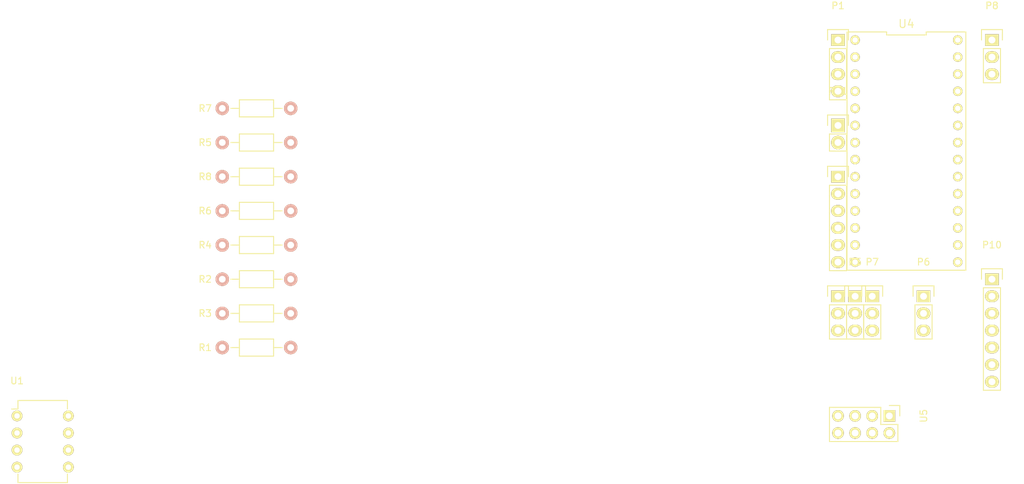
<source format=kicad_pcb>
(kicad_pcb (version 4) (host pcbnew 4.0.1-stable)

  (general
    (links 56)
    (no_connects 56)
    (area 0 0 0 0)
    (thickness 1.6)
    (drawings 0)
    (tracks 0)
    (zones 0)
    (modules 20)
    (nets 31)
  )

  (page A4)
  (layers
    (0 F.Cu signal)
    (31 B.Cu signal)
    (32 B.Adhes user)
    (33 F.Adhes user)
    (34 B.Paste user)
    (35 F.Paste user)
    (36 B.SilkS user)
    (37 F.SilkS user)
    (38 B.Mask user)
    (39 F.Mask user)
    (40 Dwgs.User user)
    (41 Cmts.User user)
    (42 Eco1.User user)
    (43 Eco2.User user)
    (44 Edge.Cuts user)
    (45 Margin user)
    (46 B.CrtYd user)
    (47 F.CrtYd user)
    (48 B.Fab user)
    (49 F.Fab user)
  )

  (setup
    (last_trace_width 0.25)
    (trace_clearance 0.2)
    (zone_clearance 0.508)
    (zone_45_only no)
    (trace_min 0.2)
    (segment_width 0.2)
    (edge_width 0.15)
    (via_size 0.6)
    (via_drill 0.4)
    (via_min_size 0.4)
    (via_min_drill 0.3)
    (uvia_size 0.3)
    (uvia_drill 0.1)
    (uvias_allowed no)
    (uvia_min_size 0.2)
    (uvia_min_drill 0.1)
    (pcb_text_width 0.3)
    (pcb_text_size 1.5 1.5)
    (mod_edge_width 0.15)
    (mod_text_size 1 1)
    (mod_text_width 0.15)
    (pad_size 1.524 1.524)
    (pad_drill 0.762)
    (pad_to_mask_clearance 0.2)
    (aux_axis_origin 0 0)
    (visible_elements 7FFFFFFF)
    (pcbplotparams
      (layerselection 0x00030_80000001)
      (usegerberextensions false)
      (excludeedgelayer true)
      (linewidth 0.100000)
      (plotframeref false)
      (viasonmask false)
      (mode 1)
      (useauxorigin false)
      (hpglpennumber 1)
      (hpglpenspeed 20)
      (hpglpendiameter 15)
      (hpglpenoverlay 2)
      (psnegative false)
      (psa4output false)
      (plotreference true)
      (plotvalue true)
      (plotinvisibletext false)
      (padsonsilk false)
      (subtractmaskfromsilk false)
      (outputformat 1)
      (mirror false)
      (drillshape 1)
      (scaleselection 1)
      (outputdirectory ""))
  )

  (net 0 "")
  (net 1 GND)
  (net 2 +5V)
  (net 3 +3V3)
  (net 4 "Net-(R1-Pad1)")
  (net 5 "Net-(R2-Pad1)")
  (net 6 "Net-(R3-Pad1)")
  (net 7 "Net-(R5-Pad1)")
  (net 8 "Net-(R6-Pad1)")
  (net 9 +BATT)
  (net 10 /Control_Board/A0)
  (net 11 /Control_Board/Cell2)
  (net 12 /Control_Board/Cell3)
  (net 13 /Control_Board/STEAR)
  (net 14 /Control_Board/D8)
  (net 15 "Net-(P6-Pad2)")
  (net 16 /Control_Board/A5)
  (net 17 /Control_Board/CS_VAL)
  (net 18 /Control_Board/TXD)
  (net 19 /Control_Board/RXD)
  (net 20 /Control_Board/A2)
  (net 21 /Control_Board/VS_PWM)
  (net 22 /Control_Board/VS_INA)
  (net 23 /Control_Board/VS_INB)
  (net 24 /Control_Board/VS_EN)
  (net 25 /Control_Board/NRF_IRQ)
  (net 26 /Control_Board/NRF_ENABLE)
  (net 27 /Control_Board/NRF_CS)
  (net 28 /Control_Board/SCK)
  (net 29 /Control_Board/MOSI)
  (net 30 /Control_Board/MISO)

  (net_class Default "This is the default net class."
    (clearance 0.2)
    (trace_width 0.25)
    (via_dia 0.6)
    (via_drill 0.4)
    (uvia_dia 0.3)
    (uvia_drill 0.1)
    (add_net +3V3)
    (add_net +5V)
    (add_net +BATT)
    (add_net /Control_Board/A0)
    (add_net /Control_Board/A2)
    (add_net /Control_Board/A5)
    (add_net /Control_Board/CS_VAL)
    (add_net /Control_Board/Cell2)
    (add_net /Control_Board/Cell3)
    (add_net /Control_Board/D8)
    (add_net /Control_Board/MISO)
    (add_net /Control_Board/MOSI)
    (add_net /Control_Board/NRF_CS)
    (add_net /Control_Board/NRF_ENABLE)
    (add_net /Control_Board/NRF_IRQ)
    (add_net /Control_Board/RXD)
    (add_net /Control_Board/SCK)
    (add_net /Control_Board/STEAR)
    (add_net /Control_Board/TXD)
    (add_net /Control_Board/VS_EN)
    (add_net /Control_Board/VS_INA)
    (add_net /Control_Board/VS_INB)
    (add_net /Control_Board/VS_PWM)
    (add_net GND)
    (add_net "Net-(P6-Pad2)")
    (add_net "Net-(R1-Pad1)")
    (add_net "Net-(R2-Pad1)")
    (add_net "Net-(R3-Pad1)")
    (add_net "Net-(R5-Pad1)")
    (add_net "Net-(R6-Pad1)")
  )

  (module Pin_Headers:Pin_Header_Straight_1x04 (layer F.Cu) (tedit 0) (tstamp 56BC82CF)
    (at 157.48 68.58)
    (descr "Through hole pin header")
    (tags "pin header")
    (path /56BC77AC/56BC8367)
    (fp_text reference P1 (at 0 -5.1) (layer F.SilkS)
      (effects (font (size 1 1) (thickness 0.15)))
    )
    (fp_text value Batt_Mon (at 0 -3.1) (layer F.Fab)
      (effects (font (size 1 1) (thickness 0.15)))
    )
    (fp_line (start -1.75 -1.75) (end -1.75 9.4) (layer F.CrtYd) (width 0.05))
    (fp_line (start 1.75 -1.75) (end 1.75 9.4) (layer F.CrtYd) (width 0.05))
    (fp_line (start -1.75 -1.75) (end 1.75 -1.75) (layer F.CrtYd) (width 0.05))
    (fp_line (start -1.75 9.4) (end 1.75 9.4) (layer F.CrtYd) (width 0.05))
    (fp_line (start -1.27 1.27) (end -1.27 8.89) (layer F.SilkS) (width 0.15))
    (fp_line (start 1.27 1.27) (end 1.27 8.89) (layer F.SilkS) (width 0.15))
    (fp_line (start 1.55 -1.55) (end 1.55 0) (layer F.SilkS) (width 0.15))
    (fp_line (start -1.27 8.89) (end 1.27 8.89) (layer F.SilkS) (width 0.15))
    (fp_line (start 1.27 1.27) (end -1.27 1.27) (layer F.SilkS) (width 0.15))
    (fp_line (start -1.55 0) (end -1.55 -1.55) (layer F.SilkS) (width 0.15))
    (fp_line (start -1.55 -1.55) (end 1.55 -1.55) (layer F.SilkS) (width 0.15))
    (pad 1 thru_hole rect (at 0 0) (size 2.032 1.7272) (drill 1.016) (layers *.Cu *.Mask F.SilkS)
      (net 1 GND))
    (pad 2 thru_hole oval (at 0 2.54) (size 2.032 1.7272) (drill 1.016) (layers *.Cu *.Mask F.SilkS)
      (net 10 /Control_Board/A0))
    (pad 3 thru_hole oval (at 0 5.08) (size 2.032 1.7272) (drill 1.016) (layers *.Cu *.Mask F.SilkS)
      (net 11 /Control_Board/Cell2))
    (pad 4 thru_hole oval (at 0 7.62) (size 2.032 1.7272) (drill 1.016) (layers *.Cu *.Mask F.SilkS)
      (net 12 /Control_Board/Cell3))
    (model Pin_Headers.3dshapes/Pin_Header_Straight_1x04.wrl
      (at (xyz 0 -0.15 0))
      (scale (xyz 1 1 1))
      (rotate (xyz 0 0 90))
    )
  )

  (module Pin_Headers:Pin_Header_Straight_1x03 (layer F.Cu) (tedit 0) (tstamp 56BC82D6)
    (at 157.48 106.68)
    (descr "Through hole pin header")
    (tags "pin header")
    (path /56BC77AC/56BC837B)
    (fp_text reference P4 (at 0 -5.1) (layer F.SilkS)
      (effects (font (size 1 1) (thickness 0.15)))
    )
    (fp_text value Stearing (at 0 -3.1) (layer F.Fab)
      (effects (font (size 1 1) (thickness 0.15)))
    )
    (fp_line (start -1.75 -1.75) (end -1.75 6.85) (layer F.CrtYd) (width 0.05))
    (fp_line (start 1.75 -1.75) (end 1.75 6.85) (layer F.CrtYd) (width 0.05))
    (fp_line (start -1.75 -1.75) (end 1.75 -1.75) (layer F.CrtYd) (width 0.05))
    (fp_line (start -1.75 6.85) (end 1.75 6.85) (layer F.CrtYd) (width 0.05))
    (fp_line (start -1.27 1.27) (end -1.27 6.35) (layer F.SilkS) (width 0.15))
    (fp_line (start -1.27 6.35) (end 1.27 6.35) (layer F.SilkS) (width 0.15))
    (fp_line (start 1.27 6.35) (end 1.27 1.27) (layer F.SilkS) (width 0.15))
    (fp_line (start 1.55 -1.55) (end 1.55 0) (layer F.SilkS) (width 0.15))
    (fp_line (start 1.27 1.27) (end -1.27 1.27) (layer F.SilkS) (width 0.15))
    (fp_line (start -1.55 0) (end -1.55 -1.55) (layer F.SilkS) (width 0.15))
    (fp_line (start -1.55 -1.55) (end 1.55 -1.55) (layer F.SilkS) (width 0.15))
    (pad 1 thru_hole rect (at 0 0) (size 2.032 1.7272) (drill 1.016) (layers *.Cu *.Mask F.SilkS)
      (net 1 GND))
    (pad 2 thru_hole oval (at 0 2.54) (size 2.032 1.7272) (drill 1.016) (layers *.Cu *.Mask F.SilkS)
      (net 2 +5V))
    (pad 3 thru_hole oval (at 0 5.08) (size 2.032 1.7272) (drill 1.016) (layers *.Cu *.Mask F.SilkS)
      (net 13 /Control_Board/STEAR))
    (model Pin_Headers.3dshapes/Pin_Header_Straight_1x03.wrl
      (at (xyz 0 -0.1 0))
      (scale (xyz 1 1 1))
      (rotate (xyz 0 0 90))
    )
  )

  (module Pin_Headers:Pin_Header_Straight_1x03 (layer F.Cu) (tedit 0) (tstamp 56BC82DD)
    (at 160.02 106.68)
    (descr "Through hole pin header")
    (tags "pin header")
    (path /56BC77AC/56BC85CD)
    (fp_text reference P5 (at 0 -5.1) (layer F.SilkS)
      (effects (font (size 1 1) (thickness 0.15)))
    )
    (fp_text value D8 (at 0 -3.1) (layer F.Fab)
      (effects (font (size 1 1) (thickness 0.15)))
    )
    (fp_line (start -1.75 -1.75) (end -1.75 6.85) (layer F.CrtYd) (width 0.05))
    (fp_line (start 1.75 -1.75) (end 1.75 6.85) (layer F.CrtYd) (width 0.05))
    (fp_line (start -1.75 -1.75) (end 1.75 -1.75) (layer F.CrtYd) (width 0.05))
    (fp_line (start -1.75 6.85) (end 1.75 6.85) (layer F.CrtYd) (width 0.05))
    (fp_line (start -1.27 1.27) (end -1.27 6.35) (layer F.SilkS) (width 0.15))
    (fp_line (start -1.27 6.35) (end 1.27 6.35) (layer F.SilkS) (width 0.15))
    (fp_line (start 1.27 6.35) (end 1.27 1.27) (layer F.SilkS) (width 0.15))
    (fp_line (start 1.55 -1.55) (end 1.55 0) (layer F.SilkS) (width 0.15))
    (fp_line (start 1.27 1.27) (end -1.27 1.27) (layer F.SilkS) (width 0.15))
    (fp_line (start -1.55 0) (end -1.55 -1.55) (layer F.SilkS) (width 0.15))
    (fp_line (start -1.55 -1.55) (end 1.55 -1.55) (layer F.SilkS) (width 0.15))
    (pad 1 thru_hole rect (at 0 0) (size 2.032 1.7272) (drill 1.016) (layers *.Cu *.Mask F.SilkS)
      (net 1 GND))
    (pad 2 thru_hole oval (at 0 2.54) (size 2.032 1.7272) (drill 1.016) (layers *.Cu *.Mask F.SilkS)
      (net 2 +5V))
    (pad 3 thru_hole oval (at 0 5.08) (size 2.032 1.7272) (drill 1.016) (layers *.Cu *.Mask F.SilkS)
      (net 14 /Control_Board/D8))
    (model Pin_Headers.3dshapes/Pin_Header_Straight_1x03.wrl
      (at (xyz 0 -0.1 0))
      (scale (xyz 1 1 1))
      (rotate (xyz 0 0 90))
    )
  )

  (module Pin_Headers:Pin_Header_Straight_1x03 (layer F.Cu) (tedit 0) (tstamp 56BC82E4)
    (at 170.18 106.68)
    (descr "Through hole pin header")
    (tags "pin header")
    (path /56BC77AC/56BC8788)
    (fp_text reference P6 (at 0 -5.1) (layer F.SilkS)
      (effects (font (size 1 1) (thickness 0.15)))
    )
    (fp_text value V_Sel (at 0 -3.1) (layer F.Fab)
      (effects (font (size 1 1) (thickness 0.15)))
    )
    (fp_line (start -1.75 -1.75) (end -1.75 6.85) (layer F.CrtYd) (width 0.05))
    (fp_line (start 1.75 -1.75) (end 1.75 6.85) (layer F.CrtYd) (width 0.05))
    (fp_line (start -1.75 -1.75) (end 1.75 -1.75) (layer F.CrtYd) (width 0.05))
    (fp_line (start -1.75 6.85) (end 1.75 6.85) (layer F.CrtYd) (width 0.05))
    (fp_line (start -1.27 1.27) (end -1.27 6.35) (layer F.SilkS) (width 0.15))
    (fp_line (start -1.27 6.35) (end 1.27 6.35) (layer F.SilkS) (width 0.15))
    (fp_line (start 1.27 6.35) (end 1.27 1.27) (layer F.SilkS) (width 0.15))
    (fp_line (start 1.55 -1.55) (end 1.55 0) (layer F.SilkS) (width 0.15))
    (fp_line (start 1.27 1.27) (end -1.27 1.27) (layer F.SilkS) (width 0.15))
    (fp_line (start -1.55 0) (end -1.55 -1.55) (layer F.SilkS) (width 0.15))
    (fp_line (start -1.55 -1.55) (end 1.55 -1.55) (layer F.SilkS) (width 0.15))
    (pad 1 thru_hole rect (at 0 0) (size 2.032 1.7272) (drill 1.016) (layers *.Cu *.Mask F.SilkS)
      (net 3 +3V3))
    (pad 2 thru_hole oval (at 0 2.54) (size 2.032 1.7272) (drill 1.016) (layers *.Cu *.Mask F.SilkS)
      (net 15 "Net-(P6-Pad2)"))
    (pad 3 thru_hole oval (at 0 5.08) (size 2.032 1.7272) (drill 1.016) (layers *.Cu *.Mask F.SilkS)
      (net 2 +5V))
    (model Pin_Headers.3dshapes/Pin_Header_Straight_1x03.wrl
      (at (xyz 0 -0.1 0))
      (scale (xyz 1 1 1))
      (rotate (xyz 0 0 90))
    )
  )

  (module Pin_Headers:Pin_Header_Straight_1x03 (layer F.Cu) (tedit 0) (tstamp 56BC82EB)
    (at 162.56 106.68)
    (descr "Through hole pin header")
    (tags "pin header")
    (path /56BC77AC/56BC85C6)
    (fp_text reference P7 (at 0 -5.1) (layer F.SilkS)
      (effects (font (size 1 1) (thickness 0.15)))
    )
    (fp_text value A5 (at 0 -3.1) (layer F.Fab)
      (effects (font (size 1 1) (thickness 0.15)))
    )
    (fp_line (start -1.75 -1.75) (end -1.75 6.85) (layer F.CrtYd) (width 0.05))
    (fp_line (start 1.75 -1.75) (end 1.75 6.85) (layer F.CrtYd) (width 0.05))
    (fp_line (start -1.75 -1.75) (end 1.75 -1.75) (layer F.CrtYd) (width 0.05))
    (fp_line (start -1.75 6.85) (end 1.75 6.85) (layer F.CrtYd) (width 0.05))
    (fp_line (start -1.27 1.27) (end -1.27 6.35) (layer F.SilkS) (width 0.15))
    (fp_line (start -1.27 6.35) (end 1.27 6.35) (layer F.SilkS) (width 0.15))
    (fp_line (start 1.27 6.35) (end 1.27 1.27) (layer F.SilkS) (width 0.15))
    (fp_line (start 1.55 -1.55) (end 1.55 0) (layer F.SilkS) (width 0.15))
    (fp_line (start 1.27 1.27) (end -1.27 1.27) (layer F.SilkS) (width 0.15))
    (fp_line (start -1.55 0) (end -1.55 -1.55) (layer F.SilkS) (width 0.15))
    (fp_line (start -1.55 -1.55) (end 1.55 -1.55) (layer F.SilkS) (width 0.15))
    (pad 1 thru_hole rect (at 0 0) (size 2.032 1.7272) (drill 1.016) (layers *.Cu *.Mask F.SilkS)
      (net 1 GND))
    (pad 2 thru_hole oval (at 0 2.54) (size 2.032 1.7272) (drill 1.016) (layers *.Cu *.Mask F.SilkS)
      (net 2 +5V))
    (pad 3 thru_hole oval (at 0 5.08) (size 2.032 1.7272) (drill 1.016) (layers *.Cu *.Mask F.SilkS)
      (net 16 /Control_Board/A5))
    (model Pin_Headers.3dshapes/Pin_Header_Straight_1x03.wrl
      (at (xyz 0 -0.1 0))
      (scale (xyz 1 1 1))
      (rotate (xyz 0 0 90))
    )
  )

  (module Pin_Headers:Pin_Header_Straight_1x03 (layer F.Cu) (tedit 0) (tstamp 56BC82F2)
    (at 180.34 68.58)
    (descr "Through hole pin header")
    (tags "pin header")
    (path /56BC77AC/56BC8C07)
    (fp_text reference P8 (at 0 -5.1) (layer F.SilkS)
      (effects (font (size 1 1) (thickness 0.15)))
    )
    (fp_text value Batt_Current (at 0 -3.1) (layer F.Fab)
      (effects (font (size 1 1) (thickness 0.15)))
    )
    (fp_line (start -1.75 -1.75) (end -1.75 6.85) (layer F.CrtYd) (width 0.05))
    (fp_line (start 1.75 -1.75) (end 1.75 6.85) (layer F.CrtYd) (width 0.05))
    (fp_line (start -1.75 -1.75) (end 1.75 -1.75) (layer F.CrtYd) (width 0.05))
    (fp_line (start -1.75 6.85) (end 1.75 6.85) (layer F.CrtYd) (width 0.05))
    (fp_line (start -1.27 1.27) (end -1.27 6.35) (layer F.SilkS) (width 0.15))
    (fp_line (start -1.27 6.35) (end 1.27 6.35) (layer F.SilkS) (width 0.15))
    (fp_line (start 1.27 6.35) (end 1.27 1.27) (layer F.SilkS) (width 0.15))
    (fp_line (start 1.55 -1.55) (end 1.55 0) (layer F.SilkS) (width 0.15))
    (fp_line (start 1.27 1.27) (end -1.27 1.27) (layer F.SilkS) (width 0.15))
    (fp_line (start -1.55 0) (end -1.55 -1.55) (layer F.SilkS) (width 0.15))
    (fp_line (start -1.55 -1.55) (end 1.55 -1.55) (layer F.SilkS) (width 0.15))
    (pad 1 thru_hole rect (at 0 0) (size 2.032 1.7272) (drill 1.016) (layers *.Cu *.Mask F.SilkS)
      (net 1 GND))
    (pad 2 thru_hole oval (at 0 2.54) (size 2.032 1.7272) (drill 1.016) (layers *.Cu *.Mask F.SilkS)
      (net 17 /Control_Board/CS_VAL))
    (pad 3 thru_hole oval (at 0 5.08) (size 2.032 1.7272) (drill 1.016) (layers *.Cu *.Mask F.SilkS)
      (net 2 +5V))
    (model Pin_Headers.3dshapes/Pin_Header_Straight_1x03.wrl
      (at (xyz 0 -0.1 0))
      (scale (xyz 1 1 1))
      (rotate (xyz 0 0 90))
    )
  )

  (module Pin_Headers:Pin_Header_Straight_1x06 (layer F.Cu) (tedit 0) (tstamp 56BC82FC)
    (at 157.48 88.9)
    (descr "Through hole pin header")
    (tags "pin header")
    (path /56BC77AC/56BC876B)
    (fp_text reference P9 (at 0 -5.1) (layer F.SilkS)
      (effects (font (size 1 1) (thickness 0.15)))
    )
    (fp_text value FTDI (at 0 -3.1) (layer F.Fab)
      (effects (font (size 1 1) (thickness 0.15)))
    )
    (fp_line (start -1.75 -1.75) (end -1.75 14.45) (layer F.CrtYd) (width 0.05))
    (fp_line (start 1.75 -1.75) (end 1.75 14.45) (layer F.CrtYd) (width 0.05))
    (fp_line (start -1.75 -1.75) (end 1.75 -1.75) (layer F.CrtYd) (width 0.05))
    (fp_line (start -1.75 14.45) (end 1.75 14.45) (layer F.CrtYd) (width 0.05))
    (fp_line (start 1.27 1.27) (end 1.27 13.97) (layer F.SilkS) (width 0.15))
    (fp_line (start 1.27 13.97) (end -1.27 13.97) (layer F.SilkS) (width 0.15))
    (fp_line (start -1.27 13.97) (end -1.27 1.27) (layer F.SilkS) (width 0.15))
    (fp_line (start 1.55 -1.55) (end 1.55 0) (layer F.SilkS) (width 0.15))
    (fp_line (start 1.27 1.27) (end -1.27 1.27) (layer F.SilkS) (width 0.15))
    (fp_line (start -1.55 0) (end -1.55 -1.55) (layer F.SilkS) (width 0.15))
    (fp_line (start -1.55 -1.55) (end 1.55 -1.55) (layer F.SilkS) (width 0.15))
    (pad 1 thru_hole rect (at 0 0) (size 2.032 1.7272) (drill 1.016) (layers *.Cu *.Mask F.SilkS)
      (net 1 GND))
    (pad 2 thru_hole oval (at 0 2.54) (size 2.032 1.7272) (drill 1.016) (layers *.Cu *.Mask F.SilkS))
    (pad 3 thru_hole oval (at 0 5.08) (size 2.032 1.7272) (drill 1.016) (layers *.Cu *.Mask F.SilkS)
      (net 15 "Net-(P6-Pad2)"))
    (pad 4 thru_hole oval (at 0 7.62) (size 2.032 1.7272) (drill 1.016) (layers *.Cu *.Mask F.SilkS)
      (net 18 /Control_Board/TXD))
    (pad 5 thru_hole oval (at 0 10.16) (size 2.032 1.7272) (drill 1.016) (layers *.Cu *.Mask F.SilkS)
      (net 19 /Control_Board/RXD))
    (pad 6 thru_hole oval (at 0 12.7) (size 2.032 1.7272) (drill 1.016) (layers *.Cu *.Mask F.SilkS))
    (model Pin_Headers.3dshapes/Pin_Header_Straight_1x06.wrl
      (at (xyz 0 -0.25 0))
      (scale (xyz 1 1 1))
      (rotate (xyz 0 0 90))
    )
  )

  (module Pin_Headers:Pin_Header_Straight_1x07 (layer F.Cu) (tedit 0) (tstamp 56BC8307)
    (at 180.34 104.14)
    (descr "Through hole pin header")
    (tags "pin header")
    (path /56BC77AC/56BCA5DB)
    (fp_text reference P10 (at 0 -5.1) (layer F.SilkS)
      (effects (font (size 1 1) (thickness 0.15)))
    )
    (fp_text value Motor_Ctrl (at 0 -3.1) (layer F.Fab)
      (effects (font (size 1 1) (thickness 0.15)))
    )
    (fp_line (start -1.75 -1.75) (end -1.75 17) (layer F.CrtYd) (width 0.05))
    (fp_line (start 1.75 -1.75) (end 1.75 17) (layer F.CrtYd) (width 0.05))
    (fp_line (start -1.75 -1.75) (end 1.75 -1.75) (layer F.CrtYd) (width 0.05))
    (fp_line (start -1.75 17) (end 1.75 17) (layer F.CrtYd) (width 0.05))
    (fp_line (start 1.27 1.27) (end 1.27 16.51) (layer F.SilkS) (width 0.15))
    (fp_line (start 1.27 16.51) (end -1.27 16.51) (layer F.SilkS) (width 0.15))
    (fp_line (start -1.27 16.51) (end -1.27 1.27) (layer F.SilkS) (width 0.15))
    (fp_line (start 1.55 -1.55) (end 1.55 0) (layer F.SilkS) (width 0.15))
    (fp_line (start 1.27 1.27) (end -1.27 1.27) (layer F.SilkS) (width 0.15))
    (fp_line (start -1.55 0) (end -1.55 -1.55) (layer F.SilkS) (width 0.15))
    (fp_line (start -1.55 -1.55) (end 1.55 -1.55) (layer F.SilkS) (width 0.15))
    (pad 1 thru_hole rect (at 0 0) (size 2.032 1.7272) (drill 1.016) (layers *.Cu *.Mask F.SilkS)
      (net 21 /Control_Board/VS_PWM))
    (pad 2 thru_hole oval (at 0 2.54) (size 2.032 1.7272) (drill 1.016) (layers *.Cu *.Mask F.SilkS)
      (net 22 /Control_Board/VS_INA))
    (pad 3 thru_hole oval (at 0 5.08) (size 2.032 1.7272) (drill 1.016) (layers *.Cu *.Mask F.SilkS)
      (net 23 /Control_Board/VS_INB))
    (pad 4 thru_hole oval (at 0 7.62) (size 2.032 1.7272) (drill 1.016) (layers *.Cu *.Mask F.SilkS))
    (pad 5 thru_hole oval (at 0 10.16) (size 2.032 1.7272) (drill 1.016) (layers *.Cu *.Mask F.SilkS)
      (net 24 /Control_Board/VS_EN))
    (pad 6 thru_hole oval (at 0 12.7) (size 2.032 1.7272) (drill 1.016) (layers *.Cu *.Mask F.SilkS)
      (net 1 GND))
    (pad 7 thru_hole oval (at 0 15.24) (size 2.032 1.7272) (drill 1.016) (layers *.Cu *.Mask F.SilkS)
      (net 2 +5V))
    (model Pin_Headers.3dshapes/Pin_Header_Straight_1x07.wrl
      (at (xyz 0 -0.3 0))
      (scale (xyz 1 1 1))
      (rotate (xyz 0 0 90))
    )
  )

  (module Pin_Headers:Pin_Header_Straight_1x02 (layer F.Cu) (tedit 54EA090C) (tstamp 56BC830D)
    (at 157.48 81.28)
    (descr "Through hole pin header")
    (tags "pin header")
    (path /56BC77AC/56BCC1EE)
    (fp_text reference P11 (at 0 -5.1) (layer F.SilkS)
      (effects (font (size 1 1) (thickness 0.15)))
    )
    (fp_text value Batt (at 0 -3.1) (layer F.Fab)
      (effects (font (size 1 1) (thickness 0.15)))
    )
    (fp_line (start 1.27 1.27) (end 1.27 3.81) (layer F.SilkS) (width 0.15))
    (fp_line (start 1.55 -1.55) (end 1.55 0) (layer F.SilkS) (width 0.15))
    (fp_line (start -1.75 -1.75) (end -1.75 4.3) (layer F.CrtYd) (width 0.05))
    (fp_line (start 1.75 -1.75) (end 1.75 4.3) (layer F.CrtYd) (width 0.05))
    (fp_line (start -1.75 -1.75) (end 1.75 -1.75) (layer F.CrtYd) (width 0.05))
    (fp_line (start -1.75 4.3) (end 1.75 4.3) (layer F.CrtYd) (width 0.05))
    (fp_line (start 1.27 1.27) (end -1.27 1.27) (layer F.SilkS) (width 0.15))
    (fp_line (start -1.55 0) (end -1.55 -1.55) (layer F.SilkS) (width 0.15))
    (fp_line (start -1.55 -1.55) (end 1.55 -1.55) (layer F.SilkS) (width 0.15))
    (fp_line (start -1.27 1.27) (end -1.27 3.81) (layer F.SilkS) (width 0.15))
    (fp_line (start -1.27 3.81) (end 1.27 3.81) (layer F.SilkS) (width 0.15))
    (pad 1 thru_hole rect (at 0 0) (size 2.032 2.032) (drill 1.016) (layers *.Cu *.Mask F.SilkS)
      (net 1 GND))
    (pad 2 thru_hole oval (at 0 2.54) (size 2.032 2.032) (drill 1.016) (layers *.Cu *.Mask F.SilkS)
      (net 9 +BATT))
    (model Pin_Headers.3dshapes/Pin_Header_Straight_1x02.wrl
      (at (xyz 0 -0.05 0))
      (scale (xyz 1 1 1))
      (rotate (xyz 0 0 90))
    )
  )

  (module Resistors_ThroughHole:Resistor_Horizontal_RM10mm (layer F.Cu) (tedit 56BC89A5) (tstamp 56BC8313)
    (at 76.2 114.3 180)
    (descr "Resistor, Axial,  RM 10mm, 1/3W")
    (tags "Resistor Axial RM 10mm 1/3W")
    (path /56BC77AC/56BC7C8B)
    (fp_text reference R1 (at 12.7 0 180) (layer F.SilkS)
      (effects (font (size 1 1) (thickness 0.15)))
    )
    (fp_text value 10K (at 5.08 3.81 180) (layer F.Fab)
      (effects (font (size 1 1) (thickness 0.15)))
    )
    (fp_line (start -1.25 -1.5) (end 11.4 -1.5) (layer F.CrtYd) (width 0.05))
    (fp_line (start -1.25 1.5) (end -1.25 -1.5) (layer F.CrtYd) (width 0.05))
    (fp_line (start 11.4 -1.5) (end 11.4 1.5) (layer F.CrtYd) (width 0.05))
    (fp_line (start -1.25 1.5) (end 11.4 1.5) (layer F.CrtYd) (width 0.05))
    (fp_line (start 2.54 -1.27) (end 7.62 -1.27) (layer F.SilkS) (width 0.15))
    (fp_line (start 7.62 -1.27) (end 7.62 1.27) (layer F.SilkS) (width 0.15))
    (fp_line (start 7.62 1.27) (end 2.54 1.27) (layer F.SilkS) (width 0.15))
    (fp_line (start 2.54 1.27) (end 2.54 -1.27) (layer F.SilkS) (width 0.15))
    (fp_line (start 2.54 0) (end 1.27 0) (layer F.SilkS) (width 0.15))
    (fp_line (start 7.62 0) (end 8.89 0) (layer F.SilkS) (width 0.15))
    (pad 1 thru_hole circle (at 0 0 180) (size 1.99898 1.99898) (drill 1.00076) (layers *.Cu *.SilkS *.Mask)
      (net 4 "Net-(R1-Pad1)"))
    (pad 2 thru_hole circle (at 10.16 0 180) (size 1.99898 1.99898) (drill 1.00076) (layers *.Cu *.SilkS *.Mask)
      (net 11 /Control_Board/Cell2))
    (model Resistors_ThroughHole.3dshapes/Resistor_Horizontal_RM10mm.wrl
      (at (xyz 0 0 0))
      (scale (xyz 0.4 0.4 0.4))
      (rotate (xyz 0 0 0))
    )
  )

  (module Resistors_ThroughHole:Resistor_Horizontal_RM10mm (layer F.Cu) (tedit 56BC89AB) (tstamp 56BC8319)
    (at 76.2 104.14 180)
    (descr "Resistor, Axial,  RM 10mm, 1/3W")
    (tags "Resistor Axial RM 10mm 1/3W")
    (path /56BC77AC/56BC7C84)
    (fp_text reference R2 (at 12.7 0 180) (layer F.SilkS)
      (effects (font (size 1 1) (thickness 0.15)))
    )
    (fp_text value 10K (at 5.08 3.81 180) (layer F.Fab)
      (effects (font (size 1 1) (thickness 0.15)))
    )
    (fp_line (start -1.25 -1.5) (end 11.4 -1.5) (layer F.CrtYd) (width 0.05))
    (fp_line (start -1.25 1.5) (end -1.25 -1.5) (layer F.CrtYd) (width 0.05))
    (fp_line (start 11.4 -1.5) (end 11.4 1.5) (layer F.CrtYd) (width 0.05))
    (fp_line (start -1.25 1.5) (end 11.4 1.5) (layer F.CrtYd) (width 0.05))
    (fp_line (start 2.54 -1.27) (end 7.62 -1.27) (layer F.SilkS) (width 0.15))
    (fp_line (start 7.62 -1.27) (end 7.62 1.27) (layer F.SilkS) (width 0.15))
    (fp_line (start 7.62 1.27) (end 2.54 1.27) (layer F.SilkS) (width 0.15))
    (fp_line (start 2.54 1.27) (end 2.54 -1.27) (layer F.SilkS) (width 0.15))
    (fp_line (start 2.54 0) (end 1.27 0) (layer F.SilkS) (width 0.15))
    (fp_line (start 7.62 0) (end 8.89 0) (layer F.SilkS) (width 0.15))
    (pad 1 thru_hole circle (at 0 0 180) (size 1.99898 1.99898) (drill 1.00076) (layers *.Cu *.SilkS *.Mask)
      (net 5 "Net-(R2-Pad1)"))
    (pad 2 thru_hole circle (at 10.16 0 180) (size 1.99898 1.99898) (drill 1.00076) (layers *.Cu *.SilkS *.Mask)
      (net 10 /Control_Board/A0))
    (model Resistors_ThroughHole.3dshapes/Resistor_Horizontal_RM10mm.wrl
      (at (xyz 0 0 0))
      (scale (xyz 0.4 0.4 0.4))
      (rotate (xyz 0 0 0))
    )
  )

  (module Resistors_ThroughHole:Resistor_Horizontal_RM10mm (layer F.Cu) (tedit 56BC89AF) (tstamp 56BC831F)
    (at 66.04 109.22)
    (descr "Resistor, Axial,  RM 10mm, 1/3W")
    (tags "Resistor Axial RM 10mm 1/3W")
    (path /56BC77AC/56BC7C92)
    (fp_text reference R3 (at -2.54 0) (layer F.SilkS)
      (effects (font (size 1 1) (thickness 0.15)))
    )
    (fp_text value 10K (at 5.08 3.81) (layer F.Fab)
      (effects (font (size 1 1) (thickness 0.15)))
    )
    (fp_line (start -1.25 -1.5) (end 11.4 -1.5) (layer F.CrtYd) (width 0.05))
    (fp_line (start -1.25 1.5) (end -1.25 -1.5) (layer F.CrtYd) (width 0.05))
    (fp_line (start 11.4 -1.5) (end 11.4 1.5) (layer F.CrtYd) (width 0.05))
    (fp_line (start -1.25 1.5) (end 11.4 1.5) (layer F.CrtYd) (width 0.05))
    (fp_line (start 2.54 -1.27) (end 7.62 -1.27) (layer F.SilkS) (width 0.15))
    (fp_line (start 7.62 -1.27) (end 7.62 1.27) (layer F.SilkS) (width 0.15))
    (fp_line (start 7.62 1.27) (end 2.54 1.27) (layer F.SilkS) (width 0.15))
    (fp_line (start 2.54 1.27) (end 2.54 -1.27) (layer F.SilkS) (width 0.15))
    (fp_line (start 2.54 0) (end 1.27 0) (layer F.SilkS) (width 0.15))
    (fp_line (start 7.62 0) (end 8.89 0) (layer F.SilkS) (width 0.15))
    (pad 1 thru_hole circle (at 0 0) (size 1.99898 1.99898) (drill 1.00076) (layers *.Cu *.SilkS *.Mask)
      (net 6 "Net-(R3-Pad1)"))
    (pad 2 thru_hole circle (at 10.16 0) (size 1.99898 1.99898) (drill 1.00076) (layers *.Cu *.SilkS *.Mask)
      (net 4 "Net-(R1-Pad1)"))
    (model Resistors_ThroughHole.3dshapes/Resistor_Horizontal_RM10mm.wrl
      (at (xyz 0 0 0))
      (scale (xyz 0.4 0.4 0.4))
      (rotate (xyz 0 0 0))
    )
  )

  (module Resistors_ThroughHole:Resistor_Horizontal_RM10mm (layer F.Cu) (tedit 56BC89BC) (tstamp 56BC8325)
    (at 66.04 99.06)
    (descr "Resistor, Axial,  RM 10mm, 1/3W")
    (tags "Resistor Axial RM 10mm 1/3W")
    (path /56BC77AC/56BC7C7D)
    (fp_text reference R4 (at -2.54 0) (layer F.SilkS)
      (effects (font (size 1 1) (thickness 0.15)))
    )
    (fp_text value 10K (at 5.08 3.81) (layer F.Fab)
      (effects (font (size 1 1) (thickness 0.15)))
    )
    (fp_line (start -1.25 -1.5) (end 11.4 -1.5) (layer F.CrtYd) (width 0.05))
    (fp_line (start -1.25 1.5) (end -1.25 -1.5) (layer F.CrtYd) (width 0.05))
    (fp_line (start 11.4 -1.5) (end 11.4 1.5) (layer F.CrtYd) (width 0.05))
    (fp_line (start -1.25 1.5) (end 11.4 1.5) (layer F.CrtYd) (width 0.05))
    (fp_line (start 2.54 -1.27) (end 7.62 -1.27) (layer F.SilkS) (width 0.15))
    (fp_line (start 7.62 -1.27) (end 7.62 1.27) (layer F.SilkS) (width 0.15))
    (fp_line (start 7.62 1.27) (end 2.54 1.27) (layer F.SilkS) (width 0.15))
    (fp_line (start 2.54 1.27) (end 2.54 -1.27) (layer F.SilkS) (width 0.15))
    (fp_line (start 2.54 0) (end 1.27 0) (layer F.SilkS) (width 0.15))
    (fp_line (start 7.62 0) (end 8.89 0) (layer F.SilkS) (width 0.15))
    (pad 1 thru_hole circle (at 0 0) (size 1.99898 1.99898) (drill 1.00076) (layers *.Cu *.SilkS *.Mask)
      (net 1 GND))
    (pad 2 thru_hole circle (at 10.16 0) (size 1.99898 1.99898) (drill 1.00076) (layers *.Cu *.SilkS *.Mask)
      (net 5 "Net-(R2-Pad1)"))
    (model Resistors_ThroughHole.3dshapes/Resistor_Horizontal_RM10mm.wrl
      (at (xyz 0 0 0))
      (scale (xyz 0.4 0.4 0.4))
      (rotate (xyz 0 0 0))
    )
  )

  (module Resistors_ThroughHole:Resistor_Horizontal_RM10mm (layer F.Cu) (tedit 56BC8A0C) (tstamp 56BC832B)
    (at 76.2 83.82 180)
    (descr "Resistor, Axial,  RM 10mm, 1/3W")
    (tags "Resistor Axial RM 10mm 1/3W")
    (path /56BC77AC/56BC7C6F)
    (fp_text reference R5 (at 12.7 0 180) (layer F.SilkS)
      (effects (font (size 1 1) (thickness 0.15)))
    )
    (fp_text value 10K (at 5.08 3.81 180) (layer F.Fab)
      (effects (font (size 1 1) (thickness 0.15)))
    )
    (fp_line (start -1.25 -1.5) (end 11.4 -1.5) (layer F.CrtYd) (width 0.05))
    (fp_line (start -1.25 1.5) (end -1.25 -1.5) (layer F.CrtYd) (width 0.05))
    (fp_line (start 11.4 -1.5) (end 11.4 1.5) (layer F.CrtYd) (width 0.05))
    (fp_line (start -1.25 1.5) (end 11.4 1.5) (layer F.CrtYd) (width 0.05))
    (fp_line (start 2.54 -1.27) (end 7.62 -1.27) (layer F.SilkS) (width 0.15))
    (fp_line (start 7.62 -1.27) (end 7.62 1.27) (layer F.SilkS) (width 0.15))
    (fp_line (start 7.62 1.27) (end 2.54 1.27) (layer F.SilkS) (width 0.15))
    (fp_line (start 2.54 1.27) (end 2.54 -1.27) (layer F.SilkS) (width 0.15))
    (fp_line (start 2.54 0) (end 1.27 0) (layer F.SilkS) (width 0.15))
    (fp_line (start 7.62 0) (end 8.89 0) (layer F.SilkS) (width 0.15))
    (pad 1 thru_hole circle (at 0 0 180) (size 1.99898 1.99898) (drill 1.00076) (layers *.Cu *.SilkS *.Mask)
      (net 7 "Net-(R5-Pad1)"))
    (pad 2 thru_hole circle (at 10.16 0 180) (size 1.99898 1.99898) (drill 1.00076) (layers *.Cu *.SilkS *.Mask)
      (net 12 /Control_Board/Cell3))
    (model Resistors_ThroughHole.3dshapes/Resistor_Horizontal_RM10mm.wrl
      (at (xyz 0 0 0))
      (scale (xyz 0.4 0.4 0.4))
      (rotate (xyz 0 0 0))
    )
  )

  (module Resistors_ThroughHole:Resistor_Horizontal_RM10mm (layer F.Cu) (tedit 56BC89DD) (tstamp 56BC8331)
    (at 76.2 88.9 180)
    (descr "Resistor, Axial,  RM 10mm, 1/3W")
    (tags "Resistor Axial RM 10mm 1/3W")
    (path /56BC77AC/56BC7C68)
    (fp_text reference R6 (at 12.7 -5.08 180) (layer F.SilkS)
      (effects (font (size 1 1) (thickness 0.15)))
    )
    (fp_text value 10K (at 5.08 3.81 180) (layer F.Fab)
      (effects (font (size 1 1) (thickness 0.15)))
    )
    (fp_line (start -1.25 -1.5) (end 11.4 -1.5) (layer F.CrtYd) (width 0.05))
    (fp_line (start -1.25 1.5) (end -1.25 -1.5) (layer F.CrtYd) (width 0.05))
    (fp_line (start 11.4 -1.5) (end 11.4 1.5) (layer F.CrtYd) (width 0.05))
    (fp_line (start -1.25 1.5) (end 11.4 1.5) (layer F.CrtYd) (width 0.05))
    (fp_line (start 2.54 -1.27) (end 7.62 -1.27) (layer F.SilkS) (width 0.15))
    (fp_line (start 7.62 -1.27) (end 7.62 1.27) (layer F.SilkS) (width 0.15))
    (fp_line (start 7.62 1.27) (end 2.54 1.27) (layer F.SilkS) (width 0.15))
    (fp_line (start 2.54 1.27) (end 2.54 -1.27) (layer F.SilkS) (width 0.15))
    (fp_line (start 2.54 0) (end 1.27 0) (layer F.SilkS) (width 0.15))
    (fp_line (start 7.62 0) (end 8.89 0) (layer F.SilkS) (width 0.15))
    (pad 1 thru_hole circle (at 0 0 180) (size 1.99898 1.99898) (drill 1.00076) (layers *.Cu *.SilkS *.Mask)
      (net 8 "Net-(R6-Pad1)"))
    (pad 2 thru_hole circle (at 10.16 0 180) (size 1.99898 1.99898) (drill 1.00076) (layers *.Cu *.SilkS *.Mask)
      (net 11 /Control_Board/Cell2))
    (model Resistors_ThroughHole.3dshapes/Resistor_Horizontal_RM10mm.wrl
      (at (xyz 0 0 0))
      (scale (xyz 0.4 0.4 0.4))
      (rotate (xyz 0 0 0))
    )
  )

  (module Resistors_ThroughHole:Resistor_Horizontal_RM10mm (layer F.Cu) (tedit 56BC8A0E) (tstamp 56BC8337)
    (at 66.04 78.74)
    (descr "Resistor, Axial,  RM 10mm, 1/3W")
    (tags "Resistor Axial RM 10mm 1/3W")
    (path /56BC77AC/56BC7C76)
    (fp_text reference R7 (at -2.54 0) (layer F.SilkS)
      (effects (font (size 1 1) (thickness 0.15)))
    )
    (fp_text value 10K (at 5.08 3.81) (layer F.Fab)
      (effects (font (size 1 1) (thickness 0.15)))
    )
    (fp_line (start -1.25 -1.5) (end 11.4 -1.5) (layer F.CrtYd) (width 0.05))
    (fp_line (start -1.25 1.5) (end -1.25 -1.5) (layer F.CrtYd) (width 0.05))
    (fp_line (start 11.4 -1.5) (end 11.4 1.5) (layer F.CrtYd) (width 0.05))
    (fp_line (start -1.25 1.5) (end 11.4 1.5) (layer F.CrtYd) (width 0.05))
    (fp_line (start 2.54 -1.27) (end 7.62 -1.27) (layer F.SilkS) (width 0.15))
    (fp_line (start 7.62 -1.27) (end 7.62 1.27) (layer F.SilkS) (width 0.15))
    (fp_line (start 7.62 1.27) (end 2.54 1.27) (layer F.SilkS) (width 0.15))
    (fp_line (start 2.54 1.27) (end 2.54 -1.27) (layer F.SilkS) (width 0.15))
    (fp_line (start 2.54 0) (end 1.27 0) (layer F.SilkS) (width 0.15))
    (fp_line (start 7.62 0) (end 8.89 0) (layer F.SilkS) (width 0.15))
    (pad 1 thru_hole circle (at 0 0) (size 1.99898 1.99898) (drill 1.00076) (layers *.Cu *.SilkS *.Mask)
      (net 20 /Control_Board/A2))
    (pad 2 thru_hole circle (at 10.16 0) (size 1.99898 1.99898) (drill 1.00076) (layers *.Cu *.SilkS *.Mask)
      (net 7 "Net-(R5-Pad1)"))
    (model Resistors_ThroughHole.3dshapes/Resistor_Horizontal_RM10mm.wrl
      (at (xyz 0 0 0))
      (scale (xyz 0.4 0.4 0.4))
      (rotate (xyz 0 0 0))
    )
  )

  (module Resistors_ThroughHole:Resistor_Horizontal_RM10mm (layer F.Cu) (tedit 56BC89E2) (tstamp 56BC833D)
    (at 66.04 93.98)
    (descr "Resistor, Axial,  RM 10mm, 1/3W")
    (tags "Resistor Axial RM 10mm 1/3W")
    (path /56BC77AC/56BC7C61)
    (fp_text reference R8 (at -2.54 -5.08) (layer F.SilkS)
      (effects (font (size 1 1) (thickness 0.15)))
    )
    (fp_text value 10K (at 5.08 3.81) (layer F.Fab)
      (effects (font (size 1 1) (thickness 0.15)))
    )
    (fp_line (start -1.25 -1.5) (end 11.4 -1.5) (layer F.CrtYd) (width 0.05))
    (fp_line (start -1.25 1.5) (end -1.25 -1.5) (layer F.CrtYd) (width 0.05))
    (fp_line (start 11.4 -1.5) (end 11.4 1.5) (layer F.CrtYd) (width 0.05))
    (fp_line (start -1.25 1.5) (end 11.4 1.5) (layer F.CrtYd) (width 0.05))
    (fp_line (start 2.54 -1.27) (end 7.62 -1.27) (layer F.SilkS) (width 0.15))
    (fp_line (start 7.62 -1.27) (end 7.62 1.27) (layer F.SilkS) (width 0.15))
    (fp_line (start 7.62 1.27) (end 2.54 1.27) (layer F.SilkS) (width 0.15))
    (fp_line (start 2.54 1.27) (end 2.54 -1.27) (layer F.SilkS) (width 0.15))
    (fp_line (start 2.54 0) (end 1.27 0) (layer F.SilkS) (width 0.15))
    (fp_line (start 7.62 0) (end 8.89 0) (layer F.SilkS) (width 0.15))
    (pad 1 thru_hole circle (at 0 0) (size 1.99898 1.99898) (drill 1.00076) (layers *.Cu *.SilkS *.Mask)
      (net 1 GND))
    (pad 2 thru_hole circle (at 10.16 0) (size 1.99898 1.99898) (drill 1.00076) (layers *.Cu *.SilkS *.Mask)
      (net 8 "Net-(R6-Pad1)"))
    (model Resistors_ThroughHole.3dshapes/Resistor_Horizontal_RM10mm.wrl
      (at (xyz 0 0 0))
      (scale (xyz 0.4 0.4 0.4))
      (rotate (xyz 0 0 0))
    )
  )

  (module Housings_DIP:DIP-8_W7.62mm (layer F.Cu) (tedit 54130A77) (tstamp 56BC8349)
    (at 35.56 124.46)
    (descr "8-lead dip package, row spacing 7.62 mm (300 mils)")
    (tags "dil dip 2.54 300")
    (path /56BC77AC/56BC7C25)
    (fp_text reference U1 (at 0 -5.22) (layer F.SilkS)
      (effects (font (size 1 1) (thickness 0.15)))
    )
    (fp_text value LM358 (at 0 -3.72) (layer F.Fab)
      (effects (font (size 1 1) (thickness 0.15)))
    )
    (fp_line (start -1.05 -2.45) (end -1.05 10.1) (layer F.CrtYd) (width 0.05))
    (fp_line (start 8.65 -2.45) (end 8.65 10.1) (layer F.CrtYd) (width 0.05))
    (fp_line (start -1.05 -2.45) (end 8.65 -2.45) (layer F.CrtYd) (width 0.05))
    (fp_line (start -1.05 10.1) (end 8.65 10.1) (layer F.CrtYd) (width 0.05))
    (fp_line (start 0.135 -2.295) (end 0.135 -1.025) (layer F.SilkS) (width 0.15))
    (fp_line (start 7.485 -2.295) (end 7.485 -1.025) (layer F.SilkS) (width 0.15))
    (fp_line (start 7.485 9.915) (end 7.485 8.645) (layer F.SilkS) (width 0.15))
    (fp_line (start 0.135 9.915) (end 0.135 8.645) (layer F.SilkS) (width 0.15))
    (fp_line (start 0.135 -2.295) (end 7.485 -2.295) (layer F.SilkS) (width 0.15))
    (fp_line (start 0.135 9.915) (end 7.485 9.915) (layer F.SilkS) (width 0.15))
    (fp_line (start 0.135 -1.025) (end -0.8 -1.025) (layer F.SilkS) (width 0.15))
    (pad 1 thru_hole oval (at 0 0) (size 1.6 1.6) (drill 0.8) (layers *.Cu *.Mask F.SilkS)
      (net 6 "Net-(R3-Pad1)"))
    (pad 2 thru_hole oval (at 0 2.54) (size 1.6 1.6) (drill 0.8) (layers *.Cu *.Mask F.SilkS)
      (net 4 "Net-(R1-Pad1)"))
    (pad 3 thru_hole oval (at 0 5.08) (size 1.6 1.6) (drill 0.8) (layers *.Cu *.Mask F.SilkS)
      (net 5 "Net-(R2-Pad1)"))
    (pad 4 thru_hole oval (at 0 7.62) (size 1.6 1.6) (drill 0.8) (layers *.Cu *.Mask F.SilkS)
      (net 1 GND))
    (pad 5 thru_hole oval (at 7.62 7.62) (size 1.6 1.6) (drill 0.8) (layers *.Cu *.Mask F.SilkS)
      (net 8 "Net-(R6-Pad1)"))
    (pad 6 thru_hole oval (at 7.62 5.08) (size 1.6 1.6) (drill 0.8) (layers *.Cu *.Mask F.SilkS)
      (net 7 "Net-(R5-Pad1)"))
    (pad 7 thru_hole oval (at 7.62 2.54) (size 1.6 1.6) (drill 0.8) (layers *.Cu *.Mask F.SilkS)
      (net 20 /Control_Board/A2))
    (pad 8 thru_hole oval (at 7.62 0) (size 1.6 1.6) (drill 0.8) (layers *.Cu *.Mask F.SilkS)
      (net 2 +5V))
    (model Housings_DIP.3dshapes/DIP-8_W7.62mm.wrl
      (at (xyz 0 0 0))
      (scale (xyz 1 1 1))
      (rotate (xyz 0 0 0))
    )
  )

  (module BACONdriver:MetroMini (layer F.Cu) (tedit 56BBADE3) (tstamp 56BC8369)
    (at 167.64 85.09 270)
    (path /56BC77AC/56BC7C33)
    (fp_text reference U4 (at -18.91 0 360) (layer F.SilkS)
      (effects (font (size 1.2 1.2) (thickness 0.15)))
    )
    (fp_text value Metro_Mini (at 0 0 270) (layer F.Fab)
      (effects (font (size 1.2 1.2) (thickness 0.15)))
    )
    (fp_line (start -17.71 8.819999) (end 17.71 8.82) (layer F.SilkS) (width 0.15))
    (fp_line (start 17.71 8.82) (end 17.71 -8.819999) (layer F.SilkS) (width 0.15))
    (fp_line (start 17.71 -8.819999) (end -17.71 -8.82) (layer F.SilkS) (width 0.15))
    (fp_line (start -17.71 -8.82) (end -17.71 -2.94) (layer F.SilkS) (width 0.15))
    (fp_line (start -17.71 -2.94) (end -17.26 -2.94) (layer F.SilkS) (width 0.15))
    (fp_line (start -17.26 -2.94) (end -17.26 2.939999) (layer F.SilkS) (width 0.15))
    (fp_line (start -17.26 2.939999) (end -17.71 2.939999) (layer F.SilkS) (width 0.15))
    (fp_line (start -17.71 2.939999) (end -17.71 8.819999) (layer F.SilkS) (width 0.15))
    (pad 28 thru_hole circle (at 16.51 -7.62 270) (size 1.4 1.4) (drill 0.8) (layers *.Cu *.Mask F.SilkS))
    (pad 1 thru_hole circle (at -16.51 7.62 270) (size 1.4 1.4) (drill 0.8) (layers *.Cu *.Mask F.SilkS)
      (net 19 /Control_Board/RXD))
    (pad 27 thru_hole circle (at 16.51 7.62 270) (size 1.4 1.4) (drill 0.8) (layers *.Cu *.Mask F.SilkS)
      (net 28 /Control_Board/SCK))
    (pad 2 thru_hole circle (at -16.51 -7.62 270) (size 1.4 1.4) (drill 0.8) (layers *.Cu *.Mask F.SilkS)
      (net 16 /Control_Board/A5))
    (pad 26 thru_hole circle (at 13.97 -7.62 270) (size 1.4 1.4) (drill 0.8) (layers *.Cu *.Mask F.SilkS))
    (pad 3 thru_hole circle (at -13.97 7.62 270) (size 1.4 1.4) (drill 0.8) (layers *.Cu *.Mask F.SilkS)
      (net 18 /Control_Board/TXD))
    (pad 25 thru_hole circle (at 13.97 7.62 270) (size 1.4 1.4) (drill 0.8) (layers *.Cu *.Mask F.SilkS)
      (net 30 /Control_Board/MISO))
    (pad 4 thru_hole circle (at -13.97 -7.62 270) (size 1.4 1.4) (drill 0.8) (layers *.Cu *.Mask F.SilkS))
    (pad 24 thru_hole circle (at 11.43 -7.62 270) (size 1.4 1.4) (drill 0.8) (layers *.Cu *.Mask F.SilkS)
      (net 3 +3V3))
    (pad 5 thru_hole circle (at -11.43 7.62 270) (size 1.4 1.4) (drill 0.8) (layers *.Cu *.Mask F.SilkS)
      (net 25 /Control_Board/NRF_IRQ))
    (pad 23 thru_hole circle (at 11.43 7.62 270) (size 1.4 1.4) (drill 0.8) (layers *.Cu *.Mask F.SilkS)
      (net 29 /Control_Board/MOSI))
    (pad 6 thru_hole circle (at -11.43 -7.62 270) (size 1.4 1.4) (drill 0.8) (layers *.Cu *.Mask F.SilkS)
      (net 17 /Control_Board/CS_VAL))
    (pad 22 thru_hole circle (at 8.89 -7.62 270) (size 1.4 1.4) (drill 0.8) (layers *.Cu *.Mask F.SilkS)
      (net 2 +5V))
    (pad 7 thru_hole circle (at -8.89 7.62 270) (size 1.4 1.4) (drill 0.8) (layers *.Cu *.Mask F.SilkS)
      (net 13 /Control_Board/STEAR))
    (pad 21 thru_hole circle (at 8.89 7.62 270) (size 1.4 1.4) (drill 0.8) (layers *.Cu *.Mask F.SilkS)
      (net 27 /Control_Board/NRF_CS))
    (pad 8 thru_hole circle (at -8.89 -7.62 270) (size 1.4 1.4) (drill 0.8) (layers *.Cu *.Mask F.SilkS)
      (net 20 /Control_Board/A2))
    (pad 20 thru_hole circle (at 6.35 -7.62 270) (size 1.4 1.4) (drill 0.8) (layers *.Cu *.Mask F.SilkS)
      (net 1 GND))
    (pad 9 thru_hole circle (at -6.35 7.62 270) (size 1.4 1.4) (drill 0.8) (layers *.Cu *.Mask F.SilkS)
      (net 23 /Control_Board/VS_INB))
    (pad 19 thru_hole circle (at 6.35 7.62 270) (size 1.4 1.4) (drill 0.8) (layers *.Cu *.Mask F.SilkS)
      (net 26 /Control_Board/NRF_ENABLE))
    (pad 10 thru_hole circle (at -6.35 -7.62 270) (size 1.4 1.4) (drill 0.8) (layers *.Cu *.Mask F.SilkS))
    (pad 18 thru_hole circle (at 3.81 -7.62 270) (size 1.4 1.4) (drill 0.8) (layers *.Cu *.Mask F.SilkS)
      (net 1 GND))
    (pad 11 thru_hole circle (at -3.81 7.62 270) (size 1.4 1.4) (drill 0.8) (layers *.Cu *.Mask F.SilkS)
      (net 22 /Control_Board/VS_INA))
    (pad 17 thru_hole circle (at 3.81 7.62 270) (size 1.4 1.4) (drill 0.8) (layers *.Cu *.Mask F.SilkS)
      (net 14 /Control_Board/D8))
    (pad 12 thru_hole circle (at -3.81 -7.62 270) (size 1.4 1.4) (drill 0.8) (layers *.Cu *.Mask F.SilkS)
      (net 10 /Control_Board/A0))
    (pad 16 thru_hole circle (at 1.27 -7.62 270) (size 1.4 1.4) (drill 0.8) (layers *.Cu *.Mask F.SilkS)
      (net 9 +BATT))
    (pad 13 thru_hole circle (at -1.27 7.62 270) (size 1.4 1.4) (drill 0.8) (layers *.Cu *.Mask F.SilkS)
      (net 21 /Control_Board/VS_PWM))
    (pad 15 thru_hole circle (at 1.27 7.62 270) (size 1.4 1.4) (drill 0.8) (layers *.Cu *.Mask F.SilkS)
      (net 24 /Control_Board/VS_EN))
    (pad 14 thru_hole circle (at -1.27 -7.62 270) (size 1.4 1.4) (drill 0.8) (layers *.Cu *.Mask F.SilkS))
  )

  (module Pin_Headers:Pin_Header_Straight_2x04 (layer F.Cu) (tedit 0) (tstamp 56BC8375)
    (at 165.1 124.46 270)
    (descr "Through hole pin header")
    (tags "pin header")
    (path /56BC77AC/56BC85A5)
    (fp_text reference U5 (at 0 -5.1 270) (layer F.SilkS)
      (effects (font (size 1 1) (thickness 0.15)))
    )
    (fp_text value nRF24L01+ (at 0 -3.1 270) (layer F.Fab)
      (effects (font (size 1 1) (thickness 0.15)))
    )
    (fp_line (start -1.75 -1.75) (end -1.75 9.4) (layer F.CrtYd) (width 0.05))
    (fp_line (start 4.3 -1.75) (end 4.3 9.4) (layer F.CrtYd) (width 0.05))
    (fp_line (start -1.75 -1.75) (end 4.3 -1.75) (layer F.CrtYd) (width 0.05))
    (fp_line (start -1.75 9.4) (end 4.3 9.4) (layer F.CrtYd) (width 0.05))
    (fp_line (start -1.27 1.27) (end -1.27 8.89) (layer F.SilkS) (width 0.15))
    (fp_line (start -1.27 8.89) (end 3.81 8.89) (layer F.SilkS) (width 0.15))
    (fp_line (start 3.81 8.89) (end 3.81 -1.27) (layer F.SilkS) (width 0.15))
    (fp_line (start 3.81 -1.27) (end 1.27 -1.27) (layer F.SilkS) (width 0.15))
    (fp_line (start 0 -1.55) (end -1.55 -1.55) (layer F.SilkS) (width 0.15))
    (fp_line (start 1.27 -1.27) (end 1.27 1.27) (layer F.SilkS) (width 0.15))
    (fp_line (start 1.27 1.27) (end -1.27 1.27) (layer F.SilkS) (width 0.15))
    (fp_line (start -1.55 -1.55) (end -1.55 0) (layer F.SilkS) (width 0.15))
    (pad 1 thru_hole rect (at 0 0 270) (size 1.7272 1.7272) (drill 1.016) (layers *.Cu *.Mask F.SilkS)
      (net 1 GND))
    (pad 2 thru_hole oval (at 2.54 0 270) (size 1.7272 1.7272) (drill 1.016) (layers *.Cu *.Mask F.SilkS)
      (net 3 +3V3))
    (pad 3 thru_hole oval (at 0 2.54 270) (size 1.7272 1.7272) (drill 1.016) (layers *.Cu *.Mask F.SilkS)
      (net 26 /Control_Board/NRF_ENABLE))
    (pad 4 thru_hole oval (at 2.54 2.54 270) (size 1.7272 1.7272) (drill 1.016) (layers *.Cu *.Mask F.SilkS)
      (net 27 /Control_Board/NRF_CS))
    (pad 5 thru_hole oval (at 0 5.08 270) (size 1.7272 1.7272) (drill 1.016) (layers *.Cu *.Mask F.SilkS)
      (net 28 /Control_Board/SCK))
    (pad 6 thru_hole oval (at 2.54 5.08 270) (size 1.7272 1.7272) (drill 1.016) (layers *.Cu *.Mask F.SilkS)
      (net 29 /Control_Board/MOSI))
    (pad 7 thru_hole oval (at 0 7.62 270) (size 1.7272 1.7272) (drill 1.016) (layers *.Cu *.Mask F.SilkS)
      (net 30 /Control_Board/MISO))
    (pad 8 thru_hole oval (at 2.54 7.62 270) (size 1.7272 1.7272) (drill 1.016) (layers *.Cu *.Mask F.SilkS)
      (net 25 /Control_Board/NRF_IRQ))
    (model Pin_Headers.3dshapes/Pin_Header_Straight_2x04.wrl
      (at (xyz 0.05 -0.15 0))
      (scale (xyz 1 1 1))
      (rotate (xyz 0 0 90))
    )
  )

)

</source>
